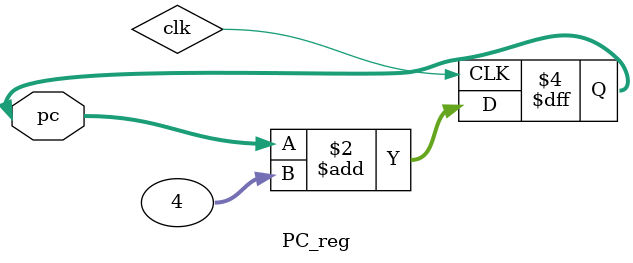
<source format=sv>
module PC_reg(
	inout [31:0] pc
);

	initial begin
		pc = 32'b0;
	end

	always @ (posedge clk)
		pc <= pc +4;

endmodule

</source>
